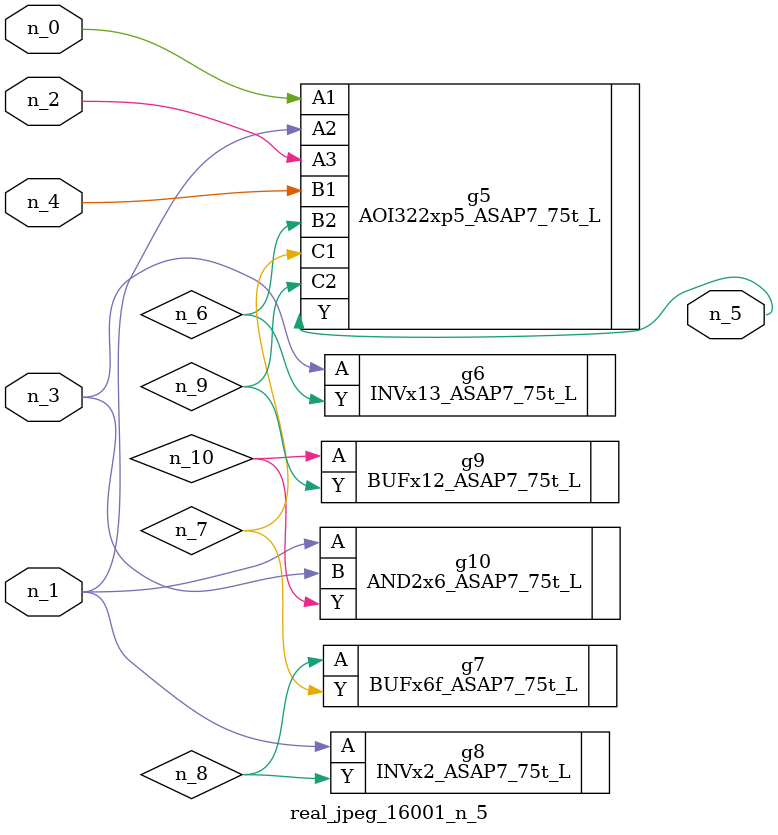
<source format=v>
module real_jpeg_16001_n_5 (n_4, n_0, n_1, n_2, n_3, n_5);

input n_4;
input n_0;
input n_1;
input n_2;
input n_3;

output n_5;

wire n_8;
wire n_6;
wire n_7;
wire n_10;
wire n_9;

AOI322xp5_ASAP7_75t_L g5 ( 
.A1(n_0),
.A2(n_1),
.A3(n_2),
.B1(n_4),
.B2(n_6),
.C1(n_7),
.C2(n_9),
.Y(n_5)
);

INVx2_ASAP7_75t_L g8 ( 
.A(n_1),
.Y(n_8)
);

AND2x6_ASAP7_75t_L g10 ( 
.A(n_1),
.B(n_3),
.Y(n_10)
);

INVx13_ASAP7_75t_L g6 ( 
.A(n_3),
.Y(n_6)
);

BUFx6f_ASAP7_75t_L g7 ( 
.A(n_8),
.Y(n_7)
);

BUFx12_ASAP7_75t_L g9 ( 
.A(n_10),
.Y(n_9)
);


endmodule
</source>
